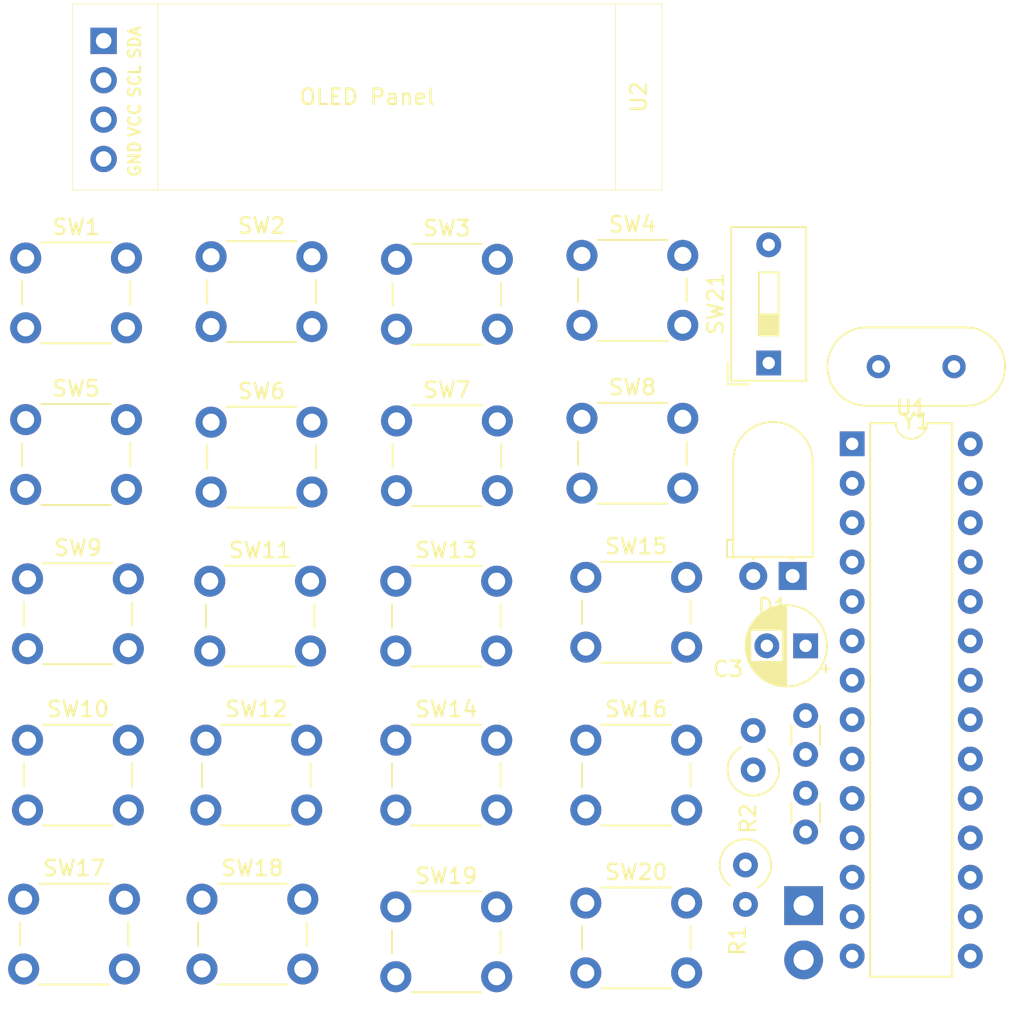
<source format=kicad_pcb>
(kicad_pcb (version 20240108) (generator "pcbnew") (generator_version "8.0")
  (layers (0 "F.Cu" signal) (31 "B.Cu" signal) (34 "B.Paste" user) (35 "F.Paste" user) (36 "B.SilkS" user "B.Silkscreen") (37 "F.SilkS" user "F.Silkscreen") (38 "B.Mask" user) (39 "F.Mask" user) (44 "Edge.Cuts" user))
  (net 0 "")
  (net 1 "Net-(U1-XTAL1{slash}PB6)")
  (net 2 "GND")
  (net 3 "Net-(U1-XTAL2{slash}PB7)")
  (net 4 "+3V7")
  (net 5 "Net-(D1-A)")
  (net 6 "/RST")
  (net 7 "Net-(SW21-A)")
  (net 8 "col1")
  (net 9 "row1")
  (net 10 "col2")
  (net 11 "col3")
  (net 12 "col4")
  (net 13 "row2")
  (net 14 "row3")
  (net 15 "row4")
  (net 16 "row5")
  (net 22 "/SDA")
  (net 29 "/SCL")
  (footprint "Button_Switch_THT:SW_PUSH_6mm_H5mm" (layer "F.Cu") (at 90.956668 112.333334)
    (property "Reference" "SW8" (at 3.25 -2 0) (layer "F.SilkS"))
    (property "Value" "SW_Push")
    (fp_line (start -0.25 1.5) (end -0.25 3) (stroke (width 0.12)) (layer "F.SilkS"))
    (fp_line (start 1 5.5) (end 5.5 5.5) (stroke (width 0.12)) (layer "F.SilkS"))
    (fp_line (start 5.5 -1) (end 1 -1) (stroke (width 0.12)) (layer "F.SilkS"))
    (fp_line (start 6.75 3) (end 6.75 1.5) (stroke (width 0.12)) (layer "F.SilkS"))
    (pad "1" thru_hole circle (at 0 0 90) (size 2 2) (drill 1.1) (layers "*.Cu" "*.Mask") (net 13 "row2"))
    (pad "1" thru_hole circle (at 6.5 0 90) (size 2 2) (drill 1.1) (layers "*.Cu" "*.Mask") (net 13 "row2"))
    (pad "2" thru_hole circle (at 0 4.5 90) (size 2 2) (drill 1.1) (layers "*.Cu" "*.Mask") (net 12 "col4"))
    (pad "2" thru_hole circle (at 6.5 4.5 90) (size 2 2) (drill 1.1) (layers "*.Cu" "*.Mask") (net 12 "col4"))
  )
  (footprint "Button_Switch_THT:SW_PUSH_6mm_H5mm" (layer "F.Cu") (at 78.956668 143.833334)
    (property "Reference" "SW19" (at 3.25 -2 0) (layer "F.SilkS"))
    (property "Value" "SW_Push")
    (fp_line (start -0.25 1.5) (end -0.25 3) (stroke (width 0.12)) (layer "F.SilkS"))
    (fp_line (start 1 5.5) (end 5.5 5.5) (stroke (width 0.12)) (layer "F.SilkS"))
    (fp_line (start 5.5 -1) (end 1 -1) (stroke (width 0.12)) (layer "F.SilkS"))
    (fp_line (start 6.75 3) (end 6.75 1.5) (stroke (width 0.12)) (layer "F.SilkS"))
    (pad "1" thru_hole circle (at 0 0 90) (size 2 2) (drill 1.1) (layers "*.Cu" "*.Mask") (net 16 "row5"))
    (pad "1" thru_hole circle (at 6.5 0 90) (size 2 2) (drill 1.1) (layers "*.Cu" "*.Mask") (net 16 "row5"))
    (pad "2" thru_hole circle (at 0 4.5 90) (size 2 2) (drill 1.1) (layers "*.Cu" "*.Mask") (net 11 "col3"))
    (pad "2" thru_hole circle (at 6.5 4.5 90) (size 2 2) (drill 1.1) (layers "*.Cu" "*.Mask") (net 11 "col3"))
  )
  (footprint "Button_Switch_THT:SW_PUSH_6mm_H5mm" (layer "F.Cu") (at 66.456668 143.333334)
    (property "Reference" "SW18" (at 3.25 -2 0) (layer "F.SilkS"))
    (property "Value" "SW_Push")
    (fp_line (start -0.25 1.5) (end -0.25 3) (stroke (width 0.12)) (layer "F.SilkS"))
    (fp_line (start 1 5.5) (end 5.5 5.5) (stroke (width 0.12)) (layer "F.SilkS"))
    (fp_line (start 5.5 -1) (end 1 -1) (stroke (width 0.12)) (layer "F.SilkS"))
    (fp_line (start 6.75 3) (end 6.75 1.5) (stroke (width 0.12)) (layer "F.SilkS"))
    (pad "1" thru_hole circle (at 0 0 90) (size 2 2) (drill 1.1) (layers "*.Cu" "*.Mask") (net 16 "row5"))
    (pad "1" thru_hole circle (at 6.5 0 90) (size 2 2) (drill 1.1) (layers "*.Cu" "*.Mask") (net 16 "row5"))
    (pad "2" thru_hole circle (at 0 4.5 90) (size 2 2) (drill 1.1) (layers "*.Cu" "*.Mask") (net 10 "col2"))
    (pad "2" thru_hole circle (at 6.5 4.5 90) (size 2 2) (drill 1.1) (layers "*.Cu" "*.Mask") (net 10 "col2"))
  )
  (footprint "Resistor_THT:R_Axial_DIN0309_L9.0mm_D3.2mm_P2.54mm_Vertical" (layer "F.Cu") (at 101.5 141.13 -90)
    (property "Reference" "R1" (at 4.87 0.5 90) (layer "F.SilkS"))
    (property "Value" "10k")
    (fp_arc (start 1.344775 0.97138) (mid -1.655812 -0.101418) (end 1.453272 -0.8) (stroke (width 0.12)) (layer "F.SilkS"))
    (pad "1" thru_hole circle (at 0 0 270) (size 1.6 1.6) (drill 0.8) (layers "*.Cu" "*.Mask") (net 6 "/RST"))
    (pad "2" thru_hole oval (at 2.54 0 270) (size 1.6 1.6) (drill 0.8) (layers "*.Cu" "*.Mask") (net 4 "+3V7"))
  )
  (footprint "Button_Switch_THT:SW_PUSH_6mm_H5mm" (layer "F.Cu") (at 78.956668 122.833334)
    (property "Reference" "SW13" (at 3.25 -2 0) (layer "F.SilkS"))
    (property "Value" "SW_Push")
    (fp_line (start -0.25 1.5) (end -0.25 3) (stroke (width 0.12)) (layer "F.SilkS"))
    (fp_line (start 1 5.5) (end 5.5 5.5) (stroke (width 0.12)) (layer "F.SilkS"))
    (fp_line (start 5.5 -1) (end 1 -1) (stroke (width 0.12)) (layer "F.SilkS"))
    (fp_line (start 6.75 3) (end 6.75 1.5) (stroke (width 0.12)) (layer "F.SilkS"))
    (pad "1" thru_hole circle (at 0 0 90) (size 2 2) (drill 1.1) (layers "*.Cu" "*.Mask") (net 14 "row3"))
    (pad "1" thru_hole circle (at 6.5 0 90) (size 2 2) (drill 1.1) (layers "*.Cu" "*.Mask") (net 14 "row3"))
    (pad "2" thru_hole circle (at 0 4.5 90) (size 2 2) (drill 1.1) (layers "*.Cu" "*.Mask") (net 11 "col3"))
    (pad "2" thru_hole circle (at 6.5 4.5 90) (size 2 2) (drill 1.1) (layers "*.Cu" "*.Mask") (net 11 "col3"))
  )
  (footprint "Crystal:Crystal_HC49-4H_Vertical" (layer "F.Cu") (at 114.95 109 180)
    (property "Reference" "Y1" (at 2.44 -3.525 180) (layer "F.SilkS"))
    (property "Value" "16MHZ")
    (fp_line (start -0.76 2.525) (end 5.64 2.525) (stroke (width 0.12)) (layer "F.SilkS"))
    (fp_line (start -0.76 -2.525) (end 5.64 -2.525) (stroke (width 0.12)) (layer "F.SilkS"))
    (fp_arc (start 5.64 -2.525) (mid 8.165 0) (end 5.64 2.525) (stroke (width 0.12)) (layer "F.SilkS"))
    (fp_arc (start -0.76 2.525) (mid -3.285 0) (end -0.76 -2.525) (stroke (width 0.12)) (layer "F.SilkS"))
    (pad "1" thru_hole circle (at 0 0 180) (size 1.5 1.5) (drill 0.8) (layers "*.Cu" "*.Mask") (net 3 "Net-(U1-XTAL2{slash}PB7)"))
    (pad "2" thru_hole circle (at 4.88 0 180) (size 1.5 1.5) (drill 0.8) (layers "*.Cu" "*.Mask") (net 1 "Net-(U1-XTAL1{slash}PB6)"))
  )
  (footprint "Button_Switch_THT:SW_PUSH_6mm_H5mm" (layer "F.Cu") (at 67.043334 112.583333)
    (property "Reference" "SW6" (at 3.25 -2 0) (layer "F.SilkS"))
    (property "Value" "SW_Push")
    (fp_line (start -0.25 1.5) (end -0.25 3) (stroke (width 0.12)) (layer "F.SilkS"))
    (fp_line (start 1 5.5) (end 5.5 5.5) (stroke (width 0.12)) (layer "F.SilkS"))
    (fp_line (start 5.5 -1) (end 1 -1) (stroke (width 0.12)) (layer "F.SilkS"))
    (fp_line (start 6.75 3) (end 6.75 1.5) (stroke (width 0.12)) (layer "F.SilkS"))
    (pad "1" thru_hole circle (at 0 0 90) (size 2 2) (drill 1.1) (layers "*.Cu" "*.Mask") (net 13 "row2"))
    (pad "1" thru_hole circle (at 6.5 0 90) (size 2 2) (drill 1.1) (layers "*.Cu" "*.Mask") (net 13 "row2"))
    (pad "2" thru_hole circle (at 0 4.5 90) (size 2 2) (drill 1.1) (layers "*.Cu" "*.Mask") (net 10 "col2"))
    (pad "2" thru_hole circle (at 6.5 4.5 90) (size 2 2) (drill 1.1) (layers "*.Cu" "*.Mask") (net 10 "col2"))
  )
  (footprint "Package_DIP:DIP-28_W7.62mm" (layer "F.Cu") (at 108.38 113.98)
    (property "Reference" "U1" (at 3.81 -2.33 0) (layer "F.SilkS"))
    (property "Value" "ATmega328P-P")
    (fp_line (start 1.16 -1.33) (end 1.16 34.35) (stroke (width 0.12)) (layer "F.SilkS"))
    (fp_line (start 1.16 34.35) (end 6.46 34.35) (stroke (width 0.12)) (layer "F.SilkS"))
    (fp_line (start 2.81 -1.33) (end 1.16 -1.33) (stroke (width 0.12)) (layer "F.SilkS"))
    (fp_line (start 6.46 -1.33) (end 4.81 -1.33) (stroke (width 0.12)) (layer "F.SilkS"))
    (fp_line (start 6.46 34.35) (end 6.46 -1.33) (stroke (width 0.12)) (layer "F.SilkS"))
    (fp_arc (start 4.81 -1.33) (mid 3.81 -0.33) (end 2.81 -1.33) (stroke (width 0.12)) (layer "F.SilkS"))
    (pad "1" thru_hole rect (at 0 0) (size 1.6 1.6) (drill 0.8) (layers "*.Cu" "*.Mask") (net 6 "/RST"))
    (pad "2" thru_hole oval (at 0 2.54) (size 1.6 1.6) (drill 0.8) (layers "*.Cu" "*.Mask"))
    (pad "3" thru_hole oval (at 0 5.08) (size 1.6 1.6) (drill 0.8) (layers "*.Cu" "*.Mask"))
    (pad "4" thru_hole oval (at 0 7.62) (size 1.6 1.6) (drill 0.8) (layers "*.Cu" "*.Mask") (net 8 "col1"))
    (pad "5" thru_hole oval (at 0 10.16) (size 1.6 1.6) (drill 0.8) (layers "*.Cu" "*.Mask") (net 10 "col2"))
    (pad "6" thru_hole oval (at 0 12.7) (size 1.6 1.6) (drill 0.8) (layers "*.Cu" "*.Mask") (net 11 "col3"))
    (pad "7" thru_hole oval (at 0 15.24) (size 1.6 1.6) (drill 0.8) (layers "*.Cu" "*.Mask") (net 4 "+3V7"))
    (pad "8" thru_hole oval (at 0 17.78) (size 1.6 1.6) (drill 0.8) (layers "*.Cu" "*.Mask") (net 2 "GND"))
    (pad "9" thru_hole oval (at 0 20.32) (size 1.6 1.6) (drill 0.8) (layers "*.Cu" "*.Mask") (net 1 "Net-(U1-XTAL1{slash}PB6)"))
    (pad "10" thru_hole oval (at 0 22.86) (size 1.6 1.6) (drill 0.8) (layers "*.Cu" "*.Mask") (net 3 "Net-(U1-XTAL2{slash}PB7)"))
    (pad "11" thru_hole oval (at 0 25.4) (size 1.6 1.6) (drill 0.8) (layers "*.Cu" "*.Mask") (net 12 "col4"))
    (pad "12" thru_hole oval (at 0 27.94) (size 1.6 1.6) (drill 0.8) (layers "*.Cu" "*.Mask") (net 9 "row1"))
    (pad "13" thru_hole oval (at 0 30.48) (size 1.6 1.6) (drill 0.8) (layers "*.Cu" "*.Mask") (net 13 "row2"))
    (pad "14" thru_hole oval (at 0 33.02) (size 1.6 1.6) (drill 0.8) (layers "*.Cu" "*.Mask") (net 14 "row3"))
    (pad "15" thru_hole oval (at 7.62 33.02) (size 1.6 1.6) (drill 0.8) (layers "*.Cu" "*.Mask") (net 15 "row4"))
    (pad "16" thru_hole oval (at 7.62 30.48) (size 1.6 1.6) (drill 0.8) (layers "*.Cu" "*.Mask") (net 16 "row5"))
    (pad "17" thru_hole oval (at 7.62 27.94) (size 1.6 1.6) (drill 0.8) (layers "*.Cu" "*.Mask"))
    (pad "18" thru_hole oval (at 7.62 25.4) (size 1.6 1.6) (drill 0.8) (layers "*.Cu" "*.Mask"))
    (pad "19" thru_hole oval (at 7.62 22.86) (size 1.6 1.6) (drill 0.8) (layers "*.Cu" "*.Mask"))
    (pad "20" thru_hole oval (at 7.62 20.32) (size 1.6 1.6) (drill 0.8) (layers "*.Cu" "*.Mask"))
    (pad "21" thru_hole oval (at 7.62 17.78) (size 1.6 1.6) (drill 0.8) (layers "*.Cu" "*.Mask"))
    (pad "22" thru_hole oval (at 7.62 15.24) (size 1.6 1.6) (drill 0.8) (layers "*.Cu" "*.Mask") (net 2 "GND"))
    (pad "23" thru_hole oval (at 7.62 12.7) (size 1.6 1.6) (drill 0.8) (layers "*.Cu" "*.Mask"))
    (pad "24" thru_hole oval (at 7.62 10.16) (size 1.6 1.6) (drill 0.8) (layers "*.Cu" "*.Mask"))
    (pad "25" thru_hole oval (at 7.62 7.62) (size 1.6 1.6) (drill 0.8) (layers "*.Cu" "*.Mask"))
    (pad "26" thru_hole oval (at 7.62 5.08) (size 1.6 1.6) (drill 0.8) (layers "*.Cu" "*.Mask"))
    (pad "27" thru_hole oval (at 7.62 2.54) (size 1.6 1.6) (drill 0.8) (layers "*.Cu" "*.Mask") (net 22 "/SDA"))
    (pad "28" thru_hole oval (at 7.62 0) (size 1.6 1.6) (drill 0.8) (layers "*.Cu" "*.Mask") (net 29 "/SCL"))
  )
  (footprint "Button_Switch_THT:SW_PUSH_6mm_H5mm" (layer "F.Cu") (at 91.206668 122.583334)
    (property "Reference" "SW15" (at 3.25 -2 0) (layer "F.SilkS"))
    (property "Value" "SW_Push")
    (fp_line (start -0.25 1.5) (end -0.25 3) (stroke (width 0.12)) (layer "F.SilkS"))
    (fp_line (start 1 5.5) (end 5.5 5.5) (stroke (width 0.12)) (layer "F.SilkS"))
    (fp_line (start 5.5 -1) (end 1 -1) (stroke (width 0.12)) (layer "F.SilkS"))
    (fp_line (start 6.75 3) (end 6.75 1.5) (stroke (width 0.12)) (layer "F.SilkS"))
    (pad "1" thru_hole circle (at 0 0 90) (size 2 2) (drill 1.1) (layers "*.Cu" "*.Mask") (net 14 "row3"))
    (pad "1" thru_hole circle (at 6.5 0 90) (size 2 2) (drill 1.1) (layers "*.Cu" "*.Mask") (net 14 "row3"))
    (pad "2" thru_hole circle (at 0 4.5 90) (size 2 2) (drill 1.1) (layers "*.Cu" "*.Mask") (net 12 "col4"))
    (pad "2" thru_hole circle (at 6.5 4.5 90) (size 2 2) (drill 1.1) (layers "*.Cu" "*.Mask") (net 12 "col4"))
  )
  (footprint "Button_Switch_THT:SW_PUSH_6mm_H5mm" (layer "F.Cu") (at 66.706668 133.083334)
    (property "Reference" "SW12" (at 3.25 -2 0) (layer "F.SilkS"))
    (property "Value" "SW_Push")
    (fp_line (start -0.25 1.5) (end -0.25 3) (stroke (width 0.12)) (layer "F.SilkS"))
    (fp_line (start 1 5.5) (end 5.5 5.5) (stroke (width 0.12)) (layer "F.SilkS"))
    (fp_line (start 5.5 -1) (end 1 -1) (stroke (width 0.12)) (layer "F.SilkS"))
    (fp_line (start 6.75 3) (end 6.75 1.5) (stroke (width 0.12)) (layer "F.SilkS"))
    (pad "1" thru_hole circle (at 0 0 90) (size 2 2) (drill 1.1) (layers "*.Cu" "*.Mask") (net 15 "row4"))
    (pad "1" thru_hole circle (at 6.5 0 90) (size 2 2) (drill 1.1) (layers "*.Cu" "*.Mask") (net 15 "row4"))
    (pad "2" thru_hole circle (at 0 4.5 90) (size 2 2) (drill 1.1) (layers "*.Cu" "*.Mask") (net 10 "col2"))
    (pad "2" thru_hole circle (at 6.5 4.5 90) (size 2 2) (drill 1.1) (layers "*.Cu" "*.Mask") (net 10 "col2"))
  )
  (footprint "Button_Switch_THT:SW_PUSH_6mm_H5mm" (layer "F.Cu") (at 67.043334 101.916667)
    (property "Reference" "SW2" (at 3.25 -2 0) (layer "F.SilkS"))
    (property "Value" "SW_Push")
    (fp_line (start -0.25 1.5) (end -0.25 3) (stroke (width 0.12)) (layer "F.SilkS"))
    (fp_line (start 1 5.5) (end 5.5 5.5) (stroke (width 0.12)) (layer "F.SilkS"))
    (fp_line (start 5.5 -1) (end 1 -1) (stroke (width 0.12)) (layer "F.SilkS"))
    (fp_line (start 6.75 3) (end 6.75 1.5) (stroke (width 0.12)) (layer "F.SilkS"))
    (pad "1" thru_hole circle (at 0 0 90) (size 2 2) (drill 1.1) (layers "*.Cu" "*.Mask") (net 9 "row1"))
    (pad "1" thru_hole circle (at 6.5 0 90) (size 2 2) (drill 1.1) (layers "*.Cu" "*.Mask") (net 9 "row1"))
    (pad "2" thru_hole circle (at 0 4.5 90) (size 2 2) (drill 1.1) (layers "*.Cu" "*.Mask") (net 10 "col2"))
    (pad "2" thru_hole circle (at 6.5 4.5 90) (size 2 2) (drill 1.1) (layers "*.Cu" "*.Mask") (net 10 "col2"))
  )
  (footprint "LED_THT:LED_D5.0mm_Horizontal_O1.27mm_Z3.0mm" (layer "F.Cu") (at 104.54 122.5 180)
    (property "Reference" "D1" (at 1.27 -1.96 180) (layer "F.SilkS"))
    (property "Value" "RED LED")
    (fp_line (start 4.23 2.33) (end 3.83 2.33) (stroke (width 0.12)) (layer "F.SilkS"))
    (fp_line (start 4.23 1.21) (end 4.23 2.33) (stroke (width 0.12)) (layer "F.SilkS"))
    (fp_line (start 3.83 2.33) (end 3.83 1.21) (stroke (width 0.12)) (layer "F.SilkS"))
    (fp_line (start 3.83 1.21) (end 4.23 1.21) (stroke (width 0.12)) (layer "F.SilkS"))
    (fp_line (start 3.83 1.21) (end 3.83 7.37) (stroke (width 0.12)) (layer "F.SilkS"))
    (fp_line (start 2.54 1.21) (end 2.54 1.21) (stroke (width 0.12)) (layer "F.SilkS"))
    (fp_line (start 2.54 1.21) (end 2.54 1.08) (stroke (width 0.12)) (layer "F.SilkS"))
    (fp_line (start 2.54 1.08) (end 2.54 1.21) (stroke (width 0.12)) (layer "F.SilkS"))
    (fp_line (start 2.54 1.08) (end 2.54 1.08) (stroke (width 0.12)) (layer "F.SilkS"))
    (fp_line (start 0 1.21) (end 0 1.21) (stroke (width 0.12)) (layer "F.SilkS"))
    (fp_line (start 0 1.21) (end 0 1.08) (stroke (width 0.12)) (layer "F.SilkS"))
    (fp_line (start 0 1.08) (end 0 1.21) (stroke (width 0.12)) (layer "F.SilkS"))
    (fp_line (start 0 1.08) (end 0 1.08) (stroke (width 0.12)) (layer "F.SilkS"))
    (fp_line (start -1.29 1.21) (end 3.83 1.21) (stroke (width 0.12)) (layer "F.SilkS"))
    (fp_line (start -1.29 1.21) (end -1.29 7.37) (stroke (width 0.12)) (layer "F.SilkS"))
    (fp_arc (start 3.83 7.37) (mid 1.27 9.93) (end -1.29 7.37) (stroke (width 0.12)) (layer "F.SilkS"))
    (pad "1" thru_hole rect (at 0 0 180) (size 1.8 1.8) (drill 0.9) (layers "*.Cu" "*.Mask") (net 2 "GND"))
    (pad "2" thru_hole circle (at 2.54 0 180) (size 1.8 1.8) (drill 0.9) (layers "*.Cu" "*.Mask") (net 5 "Net-(D1-A)"))
  )
  (footprint "Button_Switch_THT:SW_DIP_SPSTx01_Slide_9.78x4.72mm_W7.62mm_P2.54mm" (layer "F.Cu") (at 103 108.7675 90)
    (property "Reference" "SW21" (at 3.81 -3.42 270) (layer "F.SilkS"))
    (property "Value" "SW_SPST")
    (fp_line (start -1.38 -2.66) (end 0.004 -2.66) (stroke (width 0.12)) (layer "F.SilkS"))
    (fp_line (start -1.38 -2.66) (end -1.38 -1.277) (stroke (width 0.12)) (layer "F.SilkS"))
    (fp_line (start 8.76 -2.42) (end 8.76 2.42) (stroke (width 0.12)) (layer "F.SilkS"))
    (fp_line (start -1.14 -2.42) (end 8.76 -2.42) (stroke (width 0.12)) (layer "F.SilkS"))
    (fp_line (start -1.14 -2.42) (end -1.14 2.42) (stroke (width 0.12)) (layer "F.SilkS"))
    (fp_line (start 5.84 -0.635) (end 1.78 -0.635) (stroke (width 0.12)) (layer "F.SilkS"))
    (fp_line (start 3.133333 -0.635) (end 3.133333 0.635) (stroke (width 0.12)) (layer "F.SilkS"))
    (fp_line (start 1.78 -0.635) (end 1.78 0.635) (stroke (width 0.12)) (layer "F.SilkS"))
    (fp_line (start 1.78 -0.515) (end 3.133333 -0.515) (stroke (width 0.12)) (layer "F.SilkS"))
    (fp_line (start 1.78 -0.395) (end 3.133333 -0.395) (stroke (width 0.12)) (layer "F.SilkS"))
    (fp_line (start 1.78 -0.275) (end 3.133333 -0.275) (stroke (width 0.12)) (layer "F.SilkS"))
    (fp_line (start 1.78 -0.155) (end 3.133333 -0.155) (stroke (width 0.12)) (layer "F.SilkS"))
    (fp_line (start 1.78 -0.035) (end 3.133333 -0.035) (stroke (width 0.12)) (layer "F.SilkS"))
    (fp_line (start 1.78 0.085) (end 3.133333 0.085) (stroke (width 0.12)) (layer "F.SilkS"))
    (fp_line (start 1.78 0.205) (end 3.133333 0.205) (stroke (width 0.12)) (layer "F.SilkS"))
    (fp_line (start 1.78 0.325) (end 3.133333 0.325) (stroke (width 0.12)) (layer "F.SilkS"))
    (fp_line (start 1.78 0.445) (end 3.133333 0.445) (stroke (width 0.12)) (layer "F.SilkS"))
    (fp_line (start 1.78 0.565) (end 3.133333 0.565) (stroke (width 0.12)) (layer "F.SilkS"))
    (fp_line (start 5.84 0.635) (end 5.84 -0.635) (stroke (width 0.12)) (layer "F.SilkS"))
    (fp_line (start 1.78 0.635) (end 5.84 0.635) (stroke (width 0.12)) (layer "F.SilkS"))
    (fp_line (start -1.14 2.42) (end 8.76 2.42) (stroke (width 0.12)) (layer "F.SilkS"))
    (pad "1" thru_hole rect (at 0 0 90) (size 1.6 1.6) (drill 0.8) (layers "*.Cu" "*.Mask") (net 7 "Net-(SW21-A)"))
    (pad "2" thru_hole oval (at 7.62 0 90) (size 1.6 1.6) (drill 0.8) (layers "*.Cu" "*.Mask") (net 4 "+3V7"))
  )
  (footprint "Button_Switch_THT:SW_PUSH_6mm_H5mm" (layer "F.Cu") (at 91.206668 133.083334)
    (property "Reference" "SW16" (at 3.25 -2 0) (layer "F.SilkS"))
    (property "Value" "SW_Push")
    (fp_line (start -0.25 1.5) (end -0.25 3) (stroke (width 0.12)) (layer "F.SilkS"))
    (fp_line (start 1 5.5) (end 5.5 5.5) (stroke (width 0.12)) (layer "F.SilkS"))
    (fp_line (start 5.5 -1) (end 1 -1) (stroke (width 0.12)) (layer "F.SilkS"))
    (fp_line (start 6.75 3) (end 6.75 1.5) (stroke (width 0.12)) (layer "F.SilkS"))
    (pad "1" thru_hole circle (at 0 0 90) (size 2 2) (drill 1.1) (layers "*.Cu" "*.Mask") (net 15 "row4"))
    (pad "1" thru_hole circle (at 6.5 0 90) (size 2 2) (drill 1.1) (layers "*.Cu" "*.Mask") (net 15 "row4"))
    (pad "2" thru_hole circle (at 0 4.5 90) (size 2 2) (drill 1.1) (layers "*.Cu" "*.Mask") (net 12 "col4"))
    (pad "2" thru_hole circle (at 6.5 4.5 90) (size 2 2) (drill 1.1) (layers "*.Cu" "*.Mask") (net 12 "col4"))
  )
  (footprint "Button_Switch_THT:SW_PUSH_6mm_H5mm" (layer "F.Cu") (at 79 112.5)
    (property "Reference" "SW7" (at 3.25 -2 0) (layer "F.SilkS"))
    (property "Value" "SW_Push")
    (fp_line (start -0.25 1.5) (end -0.25 3) (stroke (width 0.12)) (layer "F.SilkS"))
    (fp_line (start 1 5.5) (end 5.5 5.5) (stroke (width 0.12)) (layer "F.SilkS"))
    (fp_line (start 5.5 -1) (end 1 -1) (stroke (width 0.12)) (layer "F.SilkS"))
    (fp_line (start 6.75 3) (end 6.75 1.5) (stroke (width 0.12)) (layer "F.SilkS"))
    (pad "1" thru_hole circle (at 0 0 90) (size 2 2) (drill 1.1) (layers "*.Cu" "*.Mask") (net 13 "row2"))
    (pad "1" thru_hole circle (at 6.5 0 90) (size 2 2) (drill 1.1) (layers "*.Cu" "*.Mask") (net 13 "row2"))
    (pad "2" thru_hole circle (at 0 4.5 90) (size 2 2) (drill 1.1) (layers "*.Cu" "*.Mask") (net 11 "col3"))
    (pad "2" thru_hole circle (at 6.5 4.5 90) (size 2 2) (drill 1.1) (layers "*.Cu" "*.Mask") (net 11 "col3"))
  )
  (footprint "Resistor_THT:R_Axial_DIN0309_L9.0mm_D3.2mm_P2.54mm_Vertical" (layer "F.Cu") (at 102 135 90)
    (property "Reference" "R2" (at -3.13 -0.33 270) (layer "F.SilkS"))
    (property "Value" "1k")
    (fp_arc (start 1.344775 0.97138) (mid -1.655812 -0.101418) (end 1.453272 -0.8) (stroke (width 0.12)) (layer "F.SilkS"))
    (pad "1" thru_hole circle (at 0 0 90) (size 1.6 1.6) (drill 0.8) (layers "*.Cu" "*.Mask") (net 7 "Net-(SW21-A)"))
    (pad "2" thru_hole oval (at 2.54 0 90) (size 1.6 1.6) (drill 0.8) (layers "*.Cu" "*.Mask") (net 5 "Net-(D1-A)"))
  )
  (footprint "Capacitor_THT:C_Disc_D3.0mm_W1.6mm_P2.50mm" (layer "F.Cu") (at 105.38 134 90)
    (property "Reference" "C1" (hide yes))
    (property "Value" "22pF" (hide yes))
    (fp_line (start 0.621 -0.92) (end 1.879 -0.92) (stroke (width 0.12)) (layer "F.SilkS"))
    (fp_line (start 0.621 0.92) (end 1.879 0.92) (stroke (width 0.12)) (layer "F.SilkS"))
    (pad "1" thru_hole circle (at 0 0 90) (size 1.6 1.6) (drill 0.8) (layers "*.Cu" "*.Mask") (net 1 "Net-(U1-XTAL1{slash}PB6)"))
    (pad "2" thru_hole circle (at 2.5 0 90) (size 1.6 1.6) (drill 0.8) (layers "*.Cu" "*.Mask") (net 2 "GND"))
  )
  (footprint "KiCad-SSD1306-0.91-OLED-4pin-128x32.pretty-master:SSD1306-0.91-OLED-4pin-128x32" (layer "F.Cu") (at 58.115 85.615)
    (property "Reference" "U2" (at 36.5 6 90) (layer "F.SilkS"))
    (property "Value" "~")
    (fp_line (start 0 0) (end 0 12) (stroke (width 0.04)) (layer "F.SilkS"))
    (fp_line (start 0 12) (end 38 12) (stroke (width 0.04)) (layer "F.SilkS"))
    (fp_line (start 5.5 0) (end 5.5 12) (stroke (width 0.04)) (layer "F.SilkS"))
    (fp_line (start 35 0) (end 35 12) (stroke (width 0.04)) (layer "F.SilkS"))
    (fp_line (start 38 0) (end 0 0) (stroke (width 0.04)) (layer "F.SilkS"))
    (fp_line (start 38 12) (end 38 0) (stroke (width 0.04)) (layer "F.SilkS"))
    (fp_text user "OLED Panel" (at 19 6 0) (layer "F.SilkS"))
    (fp_text user "SDA" (at 4 2.5 90) (layer "F.SilkS") (effects (font (size 0.75 0.75))))
    (fp_text user "GND" (at 4 10 90) (layer "F.SilkS") (effects (font (size 0.75 0.75))))
    (fp_text user "VCC" (at 4 7.5 90) (layer "F.SilkS") (effects (font (size 0.75 0.75))))
    (fp_text user "SCL" (at 4 5 90) (layer "F.SilkS") (effects (font (size 0.75 0.75))))
    (pad "1" thru_hole rect (at 2 2.38) (size 1.7 1.7) (drill 1) (layers "*.Cu" "*.Mask") (net 22 "/SDA"))
    (pad "2" thru_hole oval (at 2 4.92) (size 1.7 1.7) (drill 1) (layers "*.Cu" "*.Mask") (net 29 "/SCL"))
    (pad "3" thru_hole oval (at 2 7.46) (size 1.7 1.7) (drill 1) (layers "*.Cu" "*.Mask") (net 4 "+3V7"))
    (pad "4" thru_hole oval (at 2 10) (size 1.7 1.7) (drill 1) (layers "*.Cu" "*.Mask") (net 2 "GND"))
  )
  (footprint "Button_Switch_THT:SW_PUSH_6mm_H5mm" (layer "F.Cu") (at 55.206668 122.683334)
    (property "Reference" "SW9" (at 3.25 -2 0) (layer "F.SilkS"))
    (property "Value" "SW_Push")
    (fp_line (start -0.25 1.5) (end -0.25 3) (stroke (width 0.12)) (layer "F.SilkS"))
    (fp_line (start 1 5.5) (end 5.5 5.5) (stroke (width 0.12)) (layer "F.SilkS"))
    (fp_line (start 5.5 -1) (end 1 -1) (stroke (width 0.12)) (layer "F.SilkS"))
    (fp_line (start 6.75 3) (end 6.75 1.5) (stroke (width 0.12)) (layer "F.SilkS"))
    (pad "1" thru_hole circle (at 0 0 90) (size 2 2) (drill 1.1) (layers "*.Cu" "*.Mask") (net 14 "row3"))
    (pad "1" thru_hole circle (at 6.5 0 90) (size 2 2) (drill 1.1) (layers "*.Cu" "*.Mask") (net 14 "row3"))
    (pad "2" thru_hole circle (at 0 4.5 90) (size 2 2) (drill 1.1) (layers "*.Cu" "*.Mask") (net 8 "col1"))
    (pad "2" thru_hole circle (at 6.5 4.5 90) (size 2 2) (drill 1.1) (layers "*.Cu" "*.Mask") (net 8 "col1"))
  )
  (footprint "Button_Switch_THT:SW_PUSH_6mm_H5mm" (layer "F.Cu") (at 79 102.083333)
    (property "Reference" "SW3" (at 3.25 -2 0) (layer "F.SilkS"))
    (property "Value" "SW_Push")
    (fp_line (start -0.25 1.5) (end -0.25 3) (stroke (width 0.12)) (layer "F.SilkS"))
    (fp_line (start 1 5.5) (end 5.5 5.5) (stroke (width 0.12)) (layer "F.SilkS"))
    (fp_line (start 5.5 -1) (end 1 -1) (stroke (width 0.12)) (layer "F.SilkS"))
    (fp_line (start 6.75 3) (end 6.75 1.5) (stroke (width 0.12)) (layer "F.SilkS"))
    (pad "1" thru_hole circle (at 0 0 90) (size 2 2) (drill 1.1) (layers "*.Cu" "*.Mask") (net 9 "row1"))
    (pad "1" thru_hole circle (at 6.5 0 90) (size 2 2) (drill 1.1) (layers "*.Cu" "*.Mask") (net 9 "row1"))
    (pad "2" thru_hole circle (at 0 4.5 90) (size 2 2) (drill 1.1) (layers "*.Cu" "*.Mask") (net 11 "col3"))
    (pad "2" thru_hole circle (at 6.5 4.5 90) (size 2 2) (drill 1.1) (layers "*.Cu" "*.Mask") (net 11 "col3"))
  )
  (footprint "Button_Switch_THT:SW_PUSH_6mm_H5mm" (layer "F.Cu") (at 55.086668 102)
    (property "Reference" "SW1" (at 3.25 -2 0) (layer "F.SilkS"))
    (property "Value" "SW_Push")
    (fp_line (start -0.25 1.5) (end -0.25 3) (stroke (width 0.12)) (layer "F.SilkS"))
    (fp_line (start 1 5.5) (end 5.5 5.5) (stroke (width 0.12)) (layer "F.SilkS"))
    (fp_line (start 5.5 -1) (end 1 -1) (stroke (width 0.12)) (layer "F.SilkS"))
    (fp_line (start 6.75 3) (end 6.75 1.5) (stroke (width 0.12)) (layer "F.SilkS"))
    (pad "1" thru_hole circle (at 0 0 90) (size 2 2) (drill 1.1) (layers "*.Cu" "*.Mask") (net 9 "row1"))
    (pad "1" thru_hole circle (at 6.5 0 90) (size 2 2) (drill 1.1) (layers "*.Cu" "*.Mask") (net 9 "row1"))
    (pad "2" thru_hole circle (at 0 4.5 90) (size 2 2) (drill 1.1) (layers "*.Cu" "*.Mask") (net 8 "col1"))
    (pad "2" thru_hole circle (at 6.5 4.5 90) (size 2 2) (drill 1.1) (layers "*.Cu" "*.Mask") (net 8 "col1"))
  )
  (footprint "Button_Switch_THT:SW_PUSH_6mm_H5mm" (layer "F.Cu") (at 91.206668 143.583334)
    (property "Reference" "SW20" (at 3.25 -2 0) (layer "F.SilkS"))
    (property "Value" "SW_Push")
    (fp_line (start -0.25 1.5) (end -0.25 3) (stroke (width 0.12)) (layer "F.SilkS"))
    (fp_line (start 1 5.5) (end 5.5 5.5) (stroke (width 0.12)) (layer "F.SilkS"))
    (fp_line (start 5.5 -1) (end 1 -1) (stroke (width 0.12)) (layer "F.SilkS"))
    (fp_line (start 6.75 3) (end 6.75 1.5) (stroke (width 0.12)) (layer "F.SilkS"))
    (pad "1" thru_hole circle (at 0 0 90) (size 2 2) (drill 1.1) (layers "*.Cu" "*.Mask") (net 16 "row5"))
    (pad "1" thru_hole circle (at 6.5 0 90) (size 2 2) (drill 1.1) (layers "*.Cu" "*.Mask") (net 16 "row5"))
    (pad "2" thru_hole circle (at 0 4.5 90) (size 2 2) (drill 1.1) (layers "*.Cu" "*.Mask") (net 12 "col4"))
    (pad "2" thru_hole circle (at 6.5 4.5 90) (size 2 2) (drill 1.1) (layers "*.Cu" "*.Mask") (net 12 "col4"))
  )
  (footprint "Button_Switch_THT:SW_PUSH_6mm_H5mm" (layer "F.Cu") (at 78.956668 133.083334)
    (property "Reference" "SW14" (at 3.25 -2 0) (layer "F.SilkS"))
    (property "Value" "SW_Push")
    (fp_line (start -0.25 1.5) (end -0.25 3) (stroke (width 0.12)) (layer "F.SilkS"))
    (fp_line (start 1 5.5) (end 5.5 5.5) (stroke (width 0.12)) (layer "F.SilkS"))
    (fp_line (start 5.5 -1) (end 1 -1) (stroke (width 0.12)) (layer "F.SilkS"))
    (fp_line (start 6.75 3) (end 6.75 1.5) (stroke (width 0.12)) (layer "F.SilkS"))
    (pad "1" thru_hole circle (at 0 0 90) (size 2 2) (drill 1.1) (layers "*.Cu" "*.Mask") (net 15 "row4"))
    (pad "1" thru_hole circle (at 6.5 0 90) (size 2 2) (drill 1.1) (layers "*.Cu" "*.Mask") (net 15 "row4"))
    (pad "2" thru_hole circle (at 0 4.5 90) (size 2 2) (drill 1.1) (layers "*.Cu" "*.Mask") (net 11 "col3"))
    (pad "2" thru_hole circle (at 6.5 4.5 90) (size 2 2) (drill 1.1) (layers "*.Cu" "*.Mask") (net 11 "col3"))
  )
  (footprint "Button_Switch_THT:SW_PUSH_6mm_H5mm" (layer "F.Cu") (at 54.956668 143.333334)
    (property "Reference" "SW17" (at 3.25 -2 0) (layer "F.SilkS"))
    (property "Value" "SW_Push")
    (fp_line (start -0.25 1.5) (end -0.25 3) (stroke (width 0.12)) (layer "F.SilkS"))
    (fp_line (start 1 5.5) (end 5.5 5.5) (stroke (width 0.12)) (layer "F.SilkS"))
    (fp_line (start 5.5 -1) (end 1 -1) (stroke (width 0.12)) (layer "F.SilkS"))
    (fp_line (start 6.75 3) (end 6.75 1.5) (stroke (width 0.12)) (layer "F.SilkS"))
    (pad "1" thru_hole circle (at 0 0 90) (size 2 2) (drill 1.1) (layers "*.Cu" "*.Mask") (net 16 "row5"))
    (pad "1" thru_hole circle (at 6.5 0 90) (size 2 2) (drill 1.1) (layers "*.Cu" "*.Mask") (net 16 "row5"))
    (pad "2" thru_hole circle (at 0 4.5 90) (size 2 2) (drill 1.1) (layers "*.Cu" "*.Mask") (net 8 "col1"))
    (pad "2" thru_hole circle (at 6.5 4.5 90) (size 2 2) (drill 1.1) (layers "*.Cu" "*.Mask") (net 8 "col1"))
  )
  (footprint "TerminalBlock_RND:TerminalBlock_RND_205-00276_1x02_P5.00mm_Vertical" (layer "F.Cu") (at 105.25 143.75 -90)
    (property "Reference" "J1" (hide yes))
    (property "Value" "Screw_Terminal_01x02" (hide yes))
    (pad "1" thru_hole rect (at 0 0 270) (size 2.5 2.5) (drill 1.3) (layers "*.Cu" "*.Mask") (net 4 "+3V7"))
    (pad "2" thru_hole circle (at 3.5 0 270) (size 2.5 2.5) (drill 1.3) (layers "*.Cu" "*.Mask") (net 2 "GND"))
  )
  (footprint "Capacitor_THT:CP_Radial_D5.0mm_P2.50mm" (layer "F.Cu") (at 105.38 127 180)
    (property "Reference" "C3" (at 5 -1.5 180) (layer "F.SilkS"))
    (property "Value" "10uF")
    (fp_line (start 3.851 -0.284) (end 3.851 0.284) (stroke (width 0.12)) (layer "F.SilkS"))
    (fp_line (start 3.811 -0.518) (end 3.811 0.518) (stroke (width 0.12)) (layer "F.SilkS"))
    (fp_line (start 3.771 -0.677) (end 3.771 0.677) (stroke (width 0.12)) (layer "F.SilkS"))
    (fp_line (start 3.731 -0.805) (end 3.731 0.805) (stroke (width 0.12)) (layer "F.SilkS"))
    (fp_line (start 3.691 -0.915) (end 3.691 0.915) (stroke (width 0.12)) (layer "F.SilkS"))
    (fp_line (start 3.651 -1.011) (end 3.651 1.011) (stroke (width 0.12)) (layer "F.SilkS"))
    (fp_line (start 3.611 -1.098) (end 3.611 1.098) (stroke (width 0.12)) (layer "F.SilkS"))
    (fp_line (start 3.571 -1.178) (end 3.571 1.178) (stroke (width 0.12)) (layer "F.SilkS"))
    (fp_line (start 3.531 1.04) (end 3.531 1.251) (stroke (width 0.12)) (layer "F.SilkS"))
    (fp_line (start 3.531 -1.251) (end 3.531 -1.04) (stroke (width 0.12)) (layer "F.SilkS"))
    (fp_line (start 3.491 1.04) (end 3.491 1.319) (stroke (width 0.12)) (layer "F.SilkS"))
    (fp_line (start 3.491 -1.319) (end 3.491 -1.04) (stroke (width 0.12)) (layer "F.SilkS"))
    (fp_line (start 3.451 1.04) (end 3.451 1.383) (stroke (width 0.12)) (layer "F.SilkS"))
    (fp_line (start 3.451 -1.383) (end 3.451 -1.04) (stroke (width 0.12)) (layer "F.SilkS"))
    (fp_line (start 3.411 1.04) (end 3.411 1.443) (stroke (width 0.12)) (layer "F.SilkS"))
    (fp_line (start 3.411 -1.443) (end 3.411 -1.04) (stroke (width 0.12)) (layer "F.SilkS"))
    (fp_line (start 3.371 1.04) (end 3.371 1.5) (stroke (width 0.12)) (layer "F.SilkS"))
    (fp_line (start 3.371 -1.5) (end 3.371 -1.04) (stroke (width 0.12)) (layer "F.SilkS"))
    (fp_line (start 3.331 1.04) (end 3.331 1.554) (stroke (width 0.12)) (layer "F.SilkS"))
    (fp_line (start 3.331 -1.554) (end 3.331 -1.04) (stroke (width 0.12)) (layer "F.SilkS"))
    (fp_line (start 3.291 1.04) (end 3.291 1.605) (stroke (width 0.12)) (layer "F.SilkS"))
    (fp_line (start 3.291 -1.605) (end 3.291 -1.04) (stroke (width 0.12)) (layer "F.SilkS"))
    (fp_line (start 3.251 1.04) (end 3.251 1.653) (stroke (width 0.12)) (layer "F.SilkS"))
    (fp_line (start 3.251 -1.653) (end 3.251 -1.04) (stroke (width 0.12)) (layer "F.SilkS"))
    (fp_line (start 3.211 1.04) (end 3.211 1.699) (stroke (width 0.12)) (layer "F.SilkS"))
    (fp_line (start 3.211 -1.699) (end 3.211 -1.04) (stroke (width 0.12)) (layer "F.SilkS"))
    (fp_line (start 3.171 1.04) (end 3.171 1.743) (stroke (width 0.12)) (layer "F.SilkS"))
    (fp_line (start 3.171 -1.743) (end 3.171 -1.04) (stroke (width 0.12)) (layer "F.SilkS"))
    (fp_line (start 3.131 1.04) (end 3.131 1.785) (stroke (width 0.12)) (layer "F.SilkS"))
    (fp_line (start 3.131 -1.785) (end 3.131 -1.04) (stroke (width 0.12)) (layer "F.SilkS"))
    (fp_line (start 3.091 1.04) (end 3.091 1.826) (stroke (width 0.12)) (layer "F.SilkS"))
    (fp_line (start 3.091 -1.826) (end 3.091 -1.04) (stroke (width 0.12)) (layer "F.SilkS"))
    (fp_line (start 3.051 1.04) (end 3.051 1.864) (stroke (width 0.12)) (layer "F.SilkS"))
    (fp_line (start 3.051 -1.864) (end 3.051 -1.04) (stroke (width 0.12)) (layer "F.SilkS"))
    (fp_line (start 3.011 1.04) (end 3.011 1.901) (stroke (width 0.12)) (layer "F.SilkS"))
    (fp_line (start 3.011 -1.901) (end 3.011 -1.04) (stroke (width 0.12)) (layer "F.SilkS"))
    (fp_line (start 2.971 1.04) (end 2.971 1.937) (stroke (width 0.12)) (layer "F.SilkS"))
    (fp_line (start 2.971 -1.937) (end 2.971 -1.04) (stroke (width 0.12)) (layer "F.SilkS"))
    (fp_line (start 2.931 1.04) (end 2.931 1.971) (stroke (width 0.12)) (layer "F.SilkS"))
    (fp_line (start 2.931 -1.971) (end 2.931 -1.04) (stroke (width 0.12)) (layer "F.SilkS"))
    (fp_line (start 2.891 1.04) (end 2.891 2.004) (stroke (width 0.12)) (layer "F.SilkS"))
    (fp_line (start 2.891 -2.004) (end 2.891 -1.04) (stroke (width 0.12)) (layer "F.SilkS"))
    (fp_line (start 2.851 1.04) (end 2.851 2.035) (stroke (width 0.12)) (layer "F.SilkS"))
    (fp_line (start 2.851 -2.035) (end 2.851 -1.04) (stroke (width 0.12)) (layer "F.SilkS"))
    (fp_line (start 2.811 1.04) (end 2.811 2.065) (stroke (width 0.12)) (layer "F.SilkS"))
    (fp_line (start 2.811 -2.065) (end 2.811 -1.04) (stroke (width 0.12)) (layer "F.SilkS"))
    (fp_line (start 2.771 1.04) (end 2.771 2.095) (stroke (width 0.12)) (layer "F.SilkS"))
    (fp_line (start 2.771 -2.095) (end 2.771 -1.04) (stroke (width 0.12)) (layer "F.SilkS"))
    (fp_line (start 2.731 1.04) (end 2.731 2.122) (stroke (width 0.12)) (layer "F.SilkS"))
    (fp_line (start 2.731 -2.122) (end 2.731 -1.04) (stroke (width 0.12)) (layer "F.SilkS"))
    (fp_line (start 2.691 1.04) (end 2.691 2.149) (stroke (width 0.12)) (layer "F.SilkS"))
    (fp_line (start 2.691 -2.149) (end 2.691 -1.04) (stroke (width 0.12)) (layer "F.SilkS"))
    (fp_line (start 2.651 1.04) (end 2.651 2.175) (stroke (width 0.12)) (layer "F.SilkS"))
    (fp_line (start 2.651 -2.175) (end 2.651 -1.04) (stroke (width 0.12)) (layer "F.SilkS"))
    (fp_line (start 2.611 1.04) (end 2.611 2.2) (stroke (width 0.12)) (layer "F.SilkS"))
    (fp_line (start 2.611 -2.2) (end 2.611 -1.04) (stroke (width 0.12)) (layer "F.SilkS"))
    (fp_line (start 2.571 1.04) (end 2.571 2.224) (stroke (width 0.12)) (layer "F.SilkS"))
    (fp_line (start 2.571 -2.224) (end 2.571 -1.04) (stroke (width 0.12)) (layer "F.SilkS"))
    (fp_line (start 2.531 1.04) (end 2.531 2.247) (stroke (width 0.12)) (layer "F.SilkS"))
    (fp_line (start 2.531 -2.247) (end 2.531 -1.04) (stroke (width 0.12)) (layer "F.SilkS"))
    (fp_line (start 2.491 1.04) (end 2.491 2.268) (stroke (width 0.12)) (layer "F.SilkS"))
    (fp_line (start 2.491 -2.268) (end 2.491 -1.04) (stroke (width 0.12)) (layer "F.SilkS"))
    (fp_line (start 2.451 1.04) (end 2.451 2.29) (stroke (width 0.12)) (layer "F.SilkS"))
    (fp_line (start 2.451 -2.29) (end 2.451 -1.04) (stroke (width 0.12)) (layer "F.SilkS"))
    (fp_line (start 2.411 1.04) (end 2.411 2.31) (stroke (width 0.12)) (layer "F.SilkS"))
    (fp_line (start 2.411 -2.31) (end 2.411 -1.04) (stroke (width 0.12)) (layer "F.SilkS"))
    (fp_line (start 2.371 1.04) (end 2.371 2.329) (stroke (width 0.12)) (layer "F.SilkS"))
    (fp_line (start 2.371 -2.329) (end 2.371 -1.04) (stroke (width 0.12)) (layer "F.SilkS"))
    (fp_line (start 2.331 1.04) (end 2.331 2.348) (stroke (width 0.12)) (layer "F.SilkS"))
    (fp_line (start 2.331 -2.348) (end 2.331 -1.04) (stroke (width 0.12)) (layer "F.SilkS"))
    (fp_line (start 2.291 1.04) (end 2.291 2.365) (stroke (width 0.12)) (layer "F.SilkS"))
    (fp_line (start 2.291 -2.365) (end 2.291 -1.04) (stroke (width 0.12)) (layer "F.SilkS"))
    (fp_line (start 2.251 1.04) (end 2.251 2.382) (stroke (width 0.12)) (layer "F.SilkS"))
    (fp_line (start 2.251 -2.382) (end 2.251 -1.04) (stroke (width 0.12)) (layer "F.SilkS"))
    (fp_line (start 2.211 1.04) (end 2.211 2.398) (stroke (width 0.12)) (layer "F.SilkS"))
    (fp_line (start 2.211 -2.398) (end 2.211 -1.04) (stroke (width 0.12)) (layer "F.SilkS"))
    (fp_line (start 2.171 1.04) (end 2.171 2.414) (stroke (width 0.12)) (layer "F.SilkS"))
    (fp_line (start 2.171 -2.414) (end 2.171 -1.04) (stroke (width 0.12)) (layer "F.SilkS"))
    (fp_line (start 2.131 1.04) (end 2.131 2.428) (stroke (width 0.12)) (layer "F.SilkS"))
    (fp_line (start 2.131 -2.428) (end 2.131 -1.04) (stroke (width 0.12)) (layer "F.SilkS"))
    (fp_line (start 2.091 1.04) (end 2.091 2.442) (stroke (width 0.12)) (layer "F.SilkS"))
    (fp_line (start 2.091 -2.442) (end 2.091 -1.04) (stroke (width 0.12)) (layer "F.SilkS"))
    (fp_line (start 2.051 1.04) (end 2.051 2.455) (stroke (width 0.12)) (layer "F.SilkS"))
    (fp_line (start 2.051 -2.455) (end 2.051 -1.04) (stroke (width 0.12)) (layer "F.SilkS"))
    (fp_line (start 2.011 1.04) (end 2.011 2.468) (stroke (width 0.12)) (layer "F.SilkS"))
    (fp_line (start 2.011 -2.468) (end 2.011 -1.04) (stroke (width 0.12)) (layer "F.SilkS"))
    (fp_line (start 1.971 1.04) (end 1.971 2.48) (stroke (width 0.12)) (layer "F.SilkS"))
    (fp_line (start 1.971 -2.48) (end 1.971 -1.04) (stroke (width 0.12)) (layer "F.SilkS"))
    (fp_line (start 1.93 1.04) (end 1.93 2.491) (stroke (width 0.12)) (layer "F.SilkS"))
    (fp_line (start 1.93 -2.491) (end 1.93 -1.04) (stroke (width 0.12)) (layer "F.SilkS"))
    (fp_line (start 1.89 1.04) (end 1.89 2.501) (stroke (width 0.12)) (layer "F.SilkS"))
    (fp_line (start 1.89 -2.501) (end 1.89 -1.04) (stroke (width 0.12)) (layer "F.SilkS"))
    (fp_line (start 1.85 1.04) (end 1.85 2.511) (stroke (width 0.12)) (layer "F.SilkS"))
    (fp_line (start 1.85 -2.511) (end 1.85 -1.04) (stroke (width 0.12)) (layer "F.SilkS"))
    (fp_line (start 1.81 1.04) (end 1.81 2.52) (stroke (width 0.12)) (layer "F.SilkS"))
    (fp_line (start 1.81 -2.52) (end 1.81 -1.04) (stroke (width 0.12)) (layer "F.SilkS"))
    (fp_line (start 1.77 1.04) (end 1.77 2.528) (stroke (width 0.12)) (layer "F.SilkS"))
    (fp_line (start 1.77 -2.528) (end 1.77 -1.04) (stroke (width 0.12)) (layer "F.SilkS"))
    (fp_line (start 1.73 1.04) (end 1.73 2.536) (stroke (width 0.12)) (layer "F.SilkS"))
    (fp_line (start 1.73 -2.536) (end 1.73 -1.04) (stroke (width 0.12)) (layer "F.SilkS"))
    (fp_line (start 1.69 1.04) (end 1.69 2.543) (stroke (width 0.12)) (layer "F.SilkS"))
    (fp_line (start 1.69 -2.543) (end 1.69 -1.04) (stroke (width 0.12)) (layer "F.SilkS"))
    (fp_line (start 1.65 1.04) (end 1.65 2.55) (stroke (width 0.12)) (layer "F.SilkS"))
    (fp_line (start 1.65 -2.55) (end 1.65 -1.04) (stroke (width 0.12)) (layer "F.SilkS"))
    (fp_line (start 1.61 1.04) (end 1.61 2.556) (stroke (width 0.12)) (layer "F.SilkS"))
    (fp_line (start 1.61 -2.556) (end 1.61 -1.04) (stroke (width 0.12)) (layer "F.SilkS"))
    (fp_line (start 1.57 1.04) (end 1.57 2.561) (stroke (width 0.12)) (layer "F.SilkS"))
    (fp_line (start 1.57 -2.561) (end 1.57 -1.04) (stroke (width 0.12)) (layer "F.SilkS"))
    (fp_line (start 1.53 1.04) (end 1.53 2.565) (stroke (width 0.12)) (layer "F.SilkS"))
    (fp_line (start 1.53 -2.565) (end 1.53 -1.04) (stroke (width 0.12)) (layer "F.SilkS"))
    (fp_line (start 1.49 1.04) (end 1.49 2.569) (stroke (width 0.12)) (layer "F.SilkS"))
    (fp_line (start 1.49 -2.569) (end 1.49 -1.04) (stroke (width 0.12)) (layer "F.SilkS"))
    (fp_line (start 1.45 -2.573) (end 1.45 2.573) (stroke (width 0.12)) (layer "F.SilkS"))
    (fp_line (start 1.41 -2.576) (end 1.41 2.576) (stroke (width 0.12)) (layer "F.SilkS"))
    (fp_line (start 1.37 -2.578) (end 1.37 2.578) (stroke (width 0.12)) (layer "F.SilkS"))
    (fp_line (start 1.33 -2.579) (end 1.33 2.579) (stroke (width 0.12)) (layer "F.SilkS"))
    (fp_line (start 1.29 -2.58) (end 1.29 2.58) (stroke (width 0.12)) (layer "F.SilkS"))
    (fp_line (start 1.25 -2.58) (end 1.25 2.58) (stroke (width 0.12)) (layer "F.SilkS"))
    (fp_line (start -1.304775 -1.725) (end -1.304775 -1.225) (stroke (width 0.12)) (layer "F.SilkS"))
    (fp_line (start -1.554775 -1.475) (end -1.054775 -1.475) (stroke (width 0.12)) (layer "F.SilkS"))
    (fp_circle (center 1.25 0) (end 3.87 0) (stroke (width 0.12)) (fill none) (layer "F.SilkS"))
    (pad "1" thru_hole rect (at 0 0 180) (size 1.6 1.6) (drill 0.8) (layers "*.Cu" "*.Mask") (net 4 "+3V7"))
    (pad "2" thru_hole circle (at 2.5 0 180) (size 1.6 1.6) (drill 0.8) (layers "*.Cu" "*.Mask") (net 2 "GND"))
  )
  (footprint "Button_Switch_THT:SW_PUSH_6mm_H5mm" (layer "F.Cu") (at 55.086668 112.416667)
    (property "Reference" "SW5" (at 3.25 -2 0) (layer "F.SilkS"))
    (property "Value" "SW_Push")
    (fp_line (start -0.25 1.5) (end -0.25 3) (stroke (width 0.12)) (layer "F.SilkS"))
    (fp_line (start 1 5.5) (end 5.5 5.5) (stroke (width 0.12)) (layer "F.SilkS"))
    (fp_line (start 5.5 -1) (end 1 -1) (stroke (width 0.12)) (layer "F.SilkS"))
    (fp_line (start 6.75 3) (end 6.75 1.5) (stroke (width 0.12)) (layer "F.SilkS"))
    (pad "1" thru_hole circle (at 0 0 90) (size 2 2) (drill 1.1) (layers "*.Cu" "*.Mask") (net 13 "row2"))
    (pad "1" thru_hole circle (at 6.5 0 90) (size 2 2) (drill 1.1) (layers "*.Cu" "*.Mask") (net 13 "row2"))
    (pad "2" thru_hole circle (at 0 4.5 90) (size 2 2) (drill 1.1) (layers "*.Cu" "*.Mask") (net 8 "col1"))
    (pad "2" thru_hole circle (at 6.5 4.5 90) (size 2 2) (drill 1.1) (layers "*.Cu" "*.Mask") (net 8 "col1"))
  )
  (footprint "Button_Switch_THT:SW_PUSH_6mm_H5mm" (layer "F.Cu") (at 66.956668 122.833334)
    (property "Reference" "SW11" (at 3.25 -2 0) (layer "F.SilkS"))
    (property "Value" "SW_Push")
    (fp_line (start -0.25 1.5) (end -0.25 3) (stroke (width 0.12)) (layer "F.SilkS"))
    (fp_line (start 1 5.5) (end 5.5 5.5) (stroke (width 0.12)) (layer "F.SilkS"))
    (fp_line (start 5.5 -1) (end 1 -1) (stroke (width 0.12)) (layer "F.SilkS"))
    (fp_line (start 6.75 3) (end 6.75 1.5) (stroke (width 0.12)) (layer "F.SilkS"))
    (pad "1" thru_hole circle (at 0 0 90) (size 2 2) (drill 1.1) (layers "*.Cu" "*.Mask") (net 14 "row3"))
    (pad "1" thru_hole circle (at 6.5 0 90) (size 2 2) (drill 1.1) (layers "*.Cu" "*.Mask") (net 14 "row3"))
    (pad "2" thru_hole circle (at 0 4.5 90) (size 2 2) (drill 1.1) (layers "*.Cu" "*.Mask") (net 10 "col2"))
    (pad "2" thru_hole circle (at 6.5 4.5 90) (size 2 2) (drill 1.1) (layers "*.Cu" "*.Mask") (net 10 "col2"))
  )
  (footprint "Button_Switch_THT:SW_PUSH_6mm_H5mm" (layer "F.Cu") (at 55.206668 133.083334)
    (property "Reference" "SW10" (at 3.25 -2 0) (layer "F.SilkS"))
    (property "Value" "SW_Push")
    (fp_line (start -0.25 1.5) (end -0.25 3) (stroke (width 0.12)) (layer "F.SilkS"))
    (fp_line (start 1 5.5) (end 5.5 5.5) (stroke (width 0.12)) (layer "F.SilkS"))
    (fp_line (start 5.5 -1) (end 1 -1) (stroke (width 0.12)) (layer "F.SilkS"))
    (fp_line (start 6.75 3) (end 6.75 1.5) (stroke (width 0.12)) (layer "F.SilkS"))
    (pad "1" thru_hole circle (at 0 0 90) (size 2 2) (drill 1.1) (layers "*.Cu" "*.Mask") (net 15 "row4"))
    (pad "1" thru_hole circle (at 6.5 0 90) (size 2 2) (drill 1.1) (layers "*.Cu" "*.Mask") (net 15 "row4"))
    (pad "2" thru_hole circle (at 0 4.5 90) (size 2 2) (drill 1.1) (layers "*.Cu" "*.Mask") (net 8 "col1"))
    (pad "2" thru_hole circle (at 6.5 4.5 90) (size 2 2) (drill 1.1) (layers "*.Cu" "*.Mask") (net 8 "col1"))
  )
  (footprint "Capacitor_THT:C_Disc_D3.0mm_W1.6mm_P2.50mm" (layer "F.Cu") (at 105.38 139 90)
    (property "Reference" "C2" (hide yes))
    (property "Value" "22pF")
    (fp_line (start 0.621 -0.92) (end 1.879 -0.92) (stroke (width 0.12)) (layer "F.SilkS"))
    (fp_line (start 0.621 0.92) (end 1.879 0.92) (stroke (width 0.12)) (layer "F.SilkS"))
    (pad "1" thru_hole circle (at 0 0 90) (size 1.6 1.6) (drill 0.8) (layers "*.Cu" "*.Mask") (net 3 "Net-(U1-XTAL2{slash}PB7)"))
    (pad "2" thru_hole circle (at 2.5 0 90) (size 1.6 1.6) (drill 0.8) (layers "*.Cu" "*.Mask") (net 2 "GND"))
  )
  (footprint "Button_Switch_THT:SW_PUSH_6mm_H5mm" (layer "F.Cu") (at 90.956668 101.833334)
    (property "Reference" "SW4" (at 3.25 -2 0) (layer "F.SilkS"))
    (property "Value" "SW_Push")
    (fp_line (start -0.25 1.5) (end -0.25 3) (stroke (width 0.12)) (layer "F.SilkS"))
    (fp_line (start 1 5.5) (end 5.5 5.5) (stroke (width 0.12)) (layer "F.SilkS"))
    (fp_line (start 5.5 -1) (end 1 -1) (stroke (width 0.12)) (layer "F.SilkS"))
    (fp_line (start 6.75 3) (end 6.75 1.5) (stroke (width 0.12)) (layer "F.SilkS"))
    (pad "1" thru_hole circle (at 0 0 90) (size 2 2) (drill 1.1) (layers "*.Cu" "*.Mask") (net 9 "row1"))
    (pad "1" thru_hole circle (at 6.5 0 90) (size 2 2) (drill 1.1) (layers "*.Cu" "*.Mask") (net 9 "row1"))
    (pad "2" thru_hole circle (at 0 4.5 90) (size 2 2) (drill 1.1) (layers "*.Cu" "*.Mask") (net 12 "col4"))
    (pad "2" thru_hole circle (at 6.5 4.5 90) (size 2 2) (drill 1.1) (layers "*.Cu" "*.Mask") (net 12 "col4"))
  )
)
</source>
